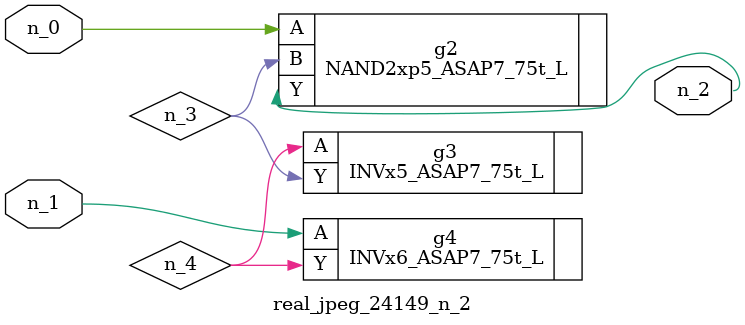
<source format=v>
module real_jpeg_24149_n_2 (n_1, n_0, n_2);

input n_1;
input n_0;

output n_2;

wire n_4;
wire n_3;

NAND2xp5_ASAP7_75t_L g2 ( 
.A(n_0),
.B(n_3),
.Y(n_2)
);

INVx6_ASAP7_75t_L g4 ( 
.A(n_1),
.Y(n_4)
);

INVx5_ASAP7_75t_L g3 ( 
.A(n_4),
.Y(n_3)
);


endmodule
</source>
